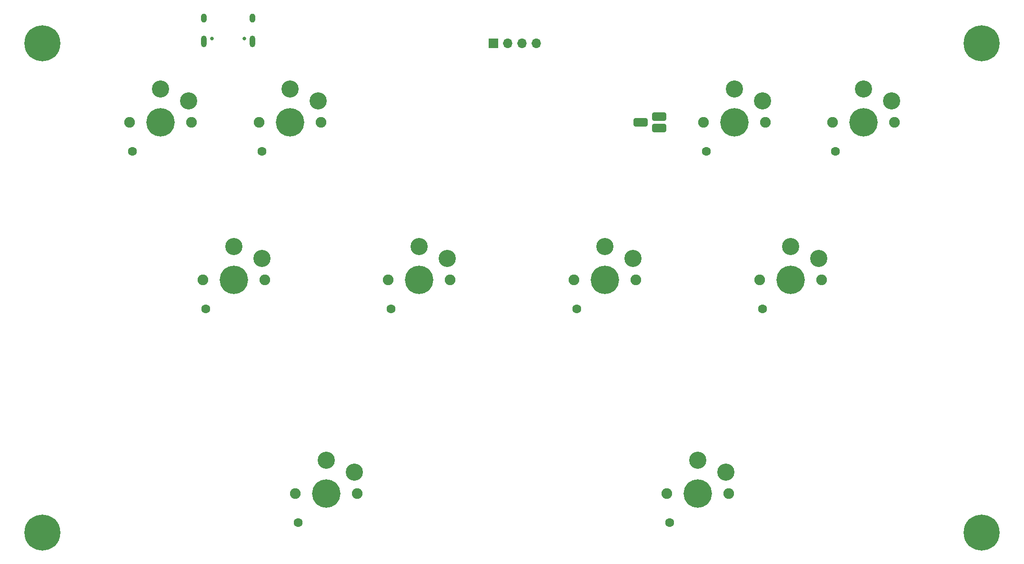
<source format=gbr>
%TF.GenerationSoftware,KiCad,Pcbnew,(6.0.5)*%
%TF.CreationDate,2022-10-13T09:17:03+09:00*%
%TF.ProjectId,Luka One___,4c756b61-204f-46e6-9566-5c5f2e6b6963,rev?*%
%TF.SameCoordinates,PX2f4d600PY1513820*%
%TF.FileFunction,Soldermask,Top*%
%TF.FilePolarity,Negative*%
%FSLAX46Y46*%
G04 Gerber Fmt 4.6, Leading zero omitted, Abs format (unit mm)*
G04 Created by KiCad (PCBNEW (6.0.5)) date 2022-10-13 09:17:03*
%MOMM*%
%LPD*%
G01*
G04 APERTURE LIST*
G04 Aperture macros list*
%AMRoundRect*
0 Rectangle with rounded corners*
0 $1 Rounding radius*
0 $2 $3 $4 $5 $6 $7 $8 $9 X,Y pos of 4 corners*
0 Add a 4 corners polygon primitive as box body*
4,1,4,$2,$3,$4,$5,$6,$7,$8,$9,$2,$3,0*
0 Add four circle primitives for the rounded corners*
1,1,$1+$1,$2,$3*
1,1,$1+$1,$4,$5*
1,1,$1+$1,$6,$7*
1,1,$1+$1,$8,$9*
0 Add four rect primitives between the rounded corners*
20,1,$1+$1,$2,$3,$4,$5,0*
20,1,$1+$1,$4,$5,$6,$7,0*
20,1,$1+$1,$6,$7,$8,$9,0*
20,1,$1+$1,$8,$9,$2,$3,0*%
G04 Aperture macros list end*
%ADD10C,1.900000*%
%ADD11C,5.050000*%
%ADD12C,3.050000*%
%ADD13C,1.600000*%
%ADD14C,0.800000*%
%ADD15C,6.400000*%
%ADD16R,1.700000X1.700000*%
%ADD17O,1.700000X1.700000*%
%ADD18C,0.650000*%
%ADD19O,1.000000X1.600000*%
%ADD20O,1.000000X2.100000*%
%ADD21RoundRect,0.300000X0.950000X-0.450000X0.950000X0.450000X-0.950000X0.450000X-0.950000X-0.450000X0*%
G04 APERTURE END LIST*
D10*
%TO.C,REF\u002A\u002A*%
X127900000Y-23900000D03*
D11*
X133400000Y-23900000D03*
D12*
X133400000Y-18000000D03*
X138400000Y-20100000D03*
D13*
X128400000Y-29050000D03*
D10*
X138900000Y-23900000D03*
%TD*%
%TO.C,Kailh PG1354*%
X66379999Y-89953850D03*
D12*
X60879999Y-84053850D03*
X65879999Y-86153850D03*
D13*
X55879999Y-95103850D03*
D11*
X60879999Y-89953850D03*
D10*
X55379999Y-89953850D03*
%TD*%
D11*
%TO.C,REF\u002A\u002A*%
X31400000Y-23900000D03*
D10*
X36900000Y-23900000D03*
D12*
X36400000Y-20100000D03*
X31400000Y-18000000D03*
D10*
X25900000Y-23900000D03*
D13*
X26400000Y-29050000D03*
%TD*%
D12*
%TO.C,Kailh PG1352*%
X115399999Y-48143850D03*
D11*
X110399999Y-51943850D03*
D10*
X104899999Y-51943850D03*
D12*
X110399999Y-46043850D03*
D10*
X115899999Y-51943850D03*
D13*
X105399999Y-57093850D03*
%TD*%
D12*
%TO.C,REF\u002A\u002A*%
X59400000Y-20100000D03*
D11*
X54400000Y-23900000D03*
D12*
X54400000Y-18000000D03*
D13*
X49400000Y-29050000D03*
D10*
X48900000Y-23900000D03*
X59900000Y-23900000D03*
%TD*%
D14*
%TO.C,REF\u002A\u002A*%
X179799999Y-9900000D03*
X175702943Y-11597056D03*
X177399999Y-7500000D03*
X175702943Y-8202944D03*
D15*
X177399999Y-9900000D03*
D14*
X177399999Y-12300000D03*
X174999999Y-9900000D03*
X179097055Y-8202944D03*
X179097055Y-11597056D03*
%TD*%
%TO.C,REF\u002A\u002A*%
X12800000Y-9900000D03*
X10400000Y-7500000D03*
X12097056Y-11597056D03*
D15*
X10400000Y-9900000D03*
D14*
X8000000Y-9900000D03*
X12097056Y-8202944D03*
X8702944Y-11597056D03*
X10400000Y-12300000D03*
X8702944Y-8202944D03*
%TD*%
D12*
%TO.C,REF\u002A\u002A*%
X156400000Y-18000000D03*
D10*
X161900000Y-23900000D03*
D12*
X161400000Y-20100000D03*
D13*
X151400000Y-29050000D03*
D10*
X150900000Y-23900000D03*
D11*
X156400000Y-23900000D03*
%TD*%
D14*
%TO.C,REF\u002A\u002A*%
X10400000Y-99300000D03*
X8000000Y-96900000D03*
X12097056Y-95202944D03*
X10400000Y-94500000D03*
X12097056Y-98597056D03*
X12800000Y-96900000D03*
X8702944Y-95202944D03*
D15*
X10400000Y-96900000D03*
D14*
X8702944Y-98597056D03*
%TD*%
D13*
%TO.C,Kailh PG1354*%
X121879999Y-95103850D03*
D11*
X126879999Y-89953850D03*
D12*
X131879999Y-86153850D03*
X126879999Y-84053850D03*
D10*
X121379999Y-89953850D03*
X132379999Y-89953850D03*
%TD*%
D13*
%TO.C,Kailh PG1353*%
X138399999Y-57093850D03*
D11*
X143399999Y-51943850D03*
D10*
X137899999Y-51943850D03*
D12*
X143399999Y-46043850D03*
D10*
X148899999Y-51943850D03*
D12*
X148399999Y-48143850D03*
%TD*%
D16*
%TO.C,J2*%
X90600000Y-9900000D03*
D17*
X93140000Y-9900000D03*
X95680000Y-9900000D03*
X98220000Y-9900000D03*
%TD*%
D12*
%TO.C,Kailh PG1351*%
X77399999Y-46043850D03*
X82399999Y-48143850D03*
D11*
X77399999Y-51943850D03*
D10*
X82899999Y-51943850D03*
D13*
X72399999Y-57093850D03*
D10*
X71899999Y-51943850D03*
%TD*%
D14*
%TO.C,REF\u002A\u002A*%
X175702943Y-98597056D03*
X177399999Y-99300000D03*
X174999999Y-96900000D03*
X175702943Y-95202944D03*
X179097055Y-98597056D03*
X179799999Y-96900000D03*
X179097055Y-95202944D03*
D15*
X177399999Y-96900000D03*
D14*
X177399999Y-94500000D03*
%TD*%
D10*
%TO.C,Kailh PG1350*%
X38899999Y-51943850D03*
X49899999Y-51943850D03*
D11*
X44399999Y-51943850D03*
D12*
X44399999Y-46043850D03*
D13*
X39399999Y-57093850D03*
D12*
X49399999Y-48143850D03*
%TD*%
D18*
%TO.C,J1*%
X40510000Y-9002601D03*
X46290000Y-9002601D03*
D19*
X39080000Y-5352601D03*
D20*
X39080000Y-9532601D03*
D19*
X47720000Y-5352601D03*
D20*
X47720000Y-9532601D03*
%TD*%
D21*
%TO.C,U1*%
X116730000Y-23920000D03*
X120010000Y-22920000D03*
X120030000Y-24920000D03*
%TD*%
M02*

</source>
